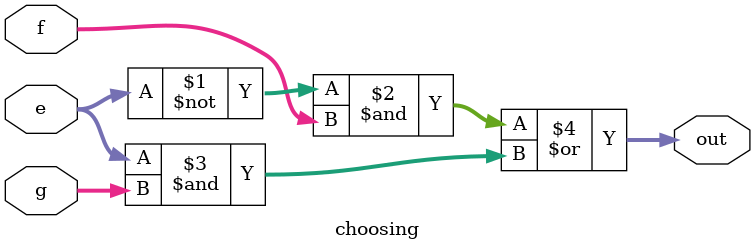
<source format=v>
module choosing(e,f,g,out);
input [31:0]e;
input [31:0]f;
input [31:0]g;
output [31:0]out;
//reg [31:0]out;
assign out=(~e&f)|(e&g);
endmodule

</source>
